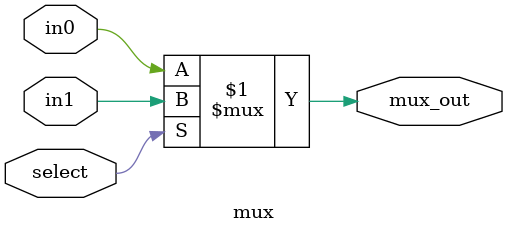
<source format=v>
`timescale 1ns/1ns

module mux#(parameter WIDTH=1
	    
	    )(
	      input 		      select,
	      input [WIDTH-1:0]       in0,
	      input [WIDTH-1:0]       in1,
	      output wire [WIDTH-1:0] mux_out
	      );

 assign  mux_out = select ? in1 : in0;

endmodule // mux

</source>
